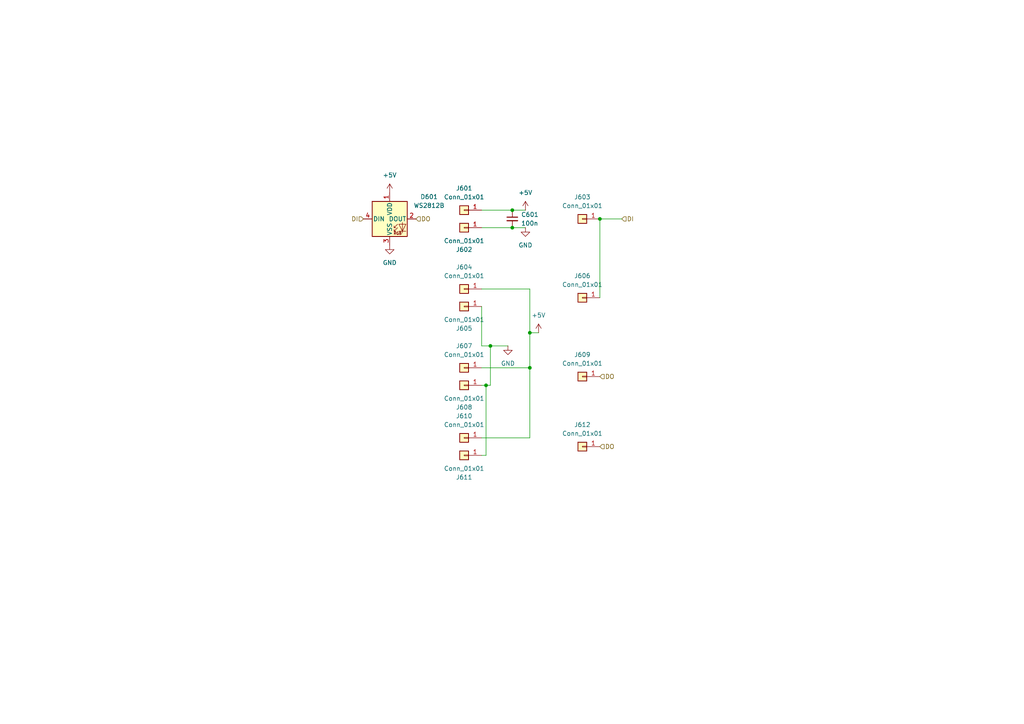
<source format=kicad_sch>
(kicad_sch (version 20250114) (generator "eeschema") (generator_version "9.0")
  (paper "A4")
  (lib_symbols
    (symbol "Connector_Generic:Conn_01x01" (pin_names (offset 1.016) (hide yes))
      (property "Reference" "J" (at 0 2.54 0))
      (property "Value" "Conn_01x01" (at 0 -2.54 0))
      (symbol "Conn_01x01_1_1"
        (rectangle (start -1.27 1.27) (end 1.27 -1.27) (stroke (width 0.254)) (fill (type background)))
        (rectangle (start -1.27 0.127) (end 0 -0.127) (stroke (width 0.1524)))
        (pin passive line (at -5.08 0 0) (length 3.81) (name "Pin_1") (number "1"))
      )
    )
    (symbol "Device:C_Small" (pin_numbers (hide yes)) (pin_names (offset 0.254) (hide yes))
      (property "Reference" "C" (at 0.254 1.778 0))
      (property "Value" "C_Small" (at 0.254 -2.032 0))
      (symbol "C_Small_0_1"
        (polyline (pts (xy -1.524 0.508) (xy 1.524 0.508)) (stroke (width 0.3048)))
        (polyline (pts (xy -1.524 -0.508) (xy 1.524 -0.508)) (stroke (width 0.3302)))
      )
      (symbol "C_Small_1_1"
        (pin passive line (at 0 2.54 270) (length 2.032) (name "~") (number "1"))
        (pin passive line (at 0 -2.54 90) (length 2.032) (name "~") (number "2"))
      )
    )
    (symbol "LED:WS2812B" (pin_names (offset 0.254))
      (property "Reference" "D" (at 5.08 5.715 0))
      (property "Value" "WS2812B" (at 1.27 -5.715 0))
      (symbol "WS2812B_0_0"
        (text "RGB" (at 2.286 -4.191 0) (effects (font (size 0.762 0.762))))
      )
      (symbol "WS2812B_0_1"
        (polyline (pts (xy 1.27 -2.54) (xy 1.778 -2.54)))
        (polyline (pts (xy 1.27 -3.556) (xy 1.778 -3.556)))
        (polyline (pts (xy 2.286 -1.524) (xy 1.27 -2.54) (xy 1.27 -2.032)))
        (polyline (pts (xy 2.286 -2.54) (xy 1.27 -3.556) (xy 1.27 -3.048)))
        (polyline (pts (xy 3.683 -1.016) (xy 3.683 -3.556) (xy 3.683 -4.064)))
        (polyline (pts (xy 4.699 -1.524) (xy 2.667 -1.524) (xy 3.683 -3.556) (xy 4.699 -1.524)))
        (polyline (pts (xy 4.699 -3.556) (xy 2.667 -3.556)))
        (rectangle (start 5.08 5.08) (end -5.08 -5.08) (stroke (width 0.254)) (fill (type background)))
      )
      (symbol "WS2812B_1_1"
        (pin input line (at -7.62 0 0) (length 2.54) (name "DIN") (number "4"))
        (pin power_in line (at 0 7.62 270) (length 2.54) (name "VDD") (number "1"))
        (pin power_in line (at 0 -7.62 90) (length 2.54) (name "VSS") (number "3"))
        (pin output line (at 7.62 0 180) (length 2.54) (name "DOUT") (number "2"))
      )
    )
    (symbol "power:+5V" (power) (pin_numbers (hide yes)) (pin_names (offset 0) (hide yes))
      (property "Value" "+5V" (at 0 3.556 0))
      (symbol "+5V_0_1"
        (polyline (pts (xy -0.762 1.27) (xy 0 2.54)))
        (polyline (pts (xy 0 2.54) (xy 0.762 1.27)))
        (polyline (pts (xy 0 0) (xy 0 2.54)))
      )
      (symbol "+5V_1_1"
        (pin power_in line (at 0 0 90) (length 0) (name "~") (number "1"))
      )
    )
    (symbol "power:GND" (power) (pin_numbers (hide yes)) (pin_names (offset 0) (hide yes))
      (property "Value" "GND" (at 0 -3.81 0))
      (symbol "GND_0_1"
        (polyline (pts (xy 0 0) (xy 0 -1.27) (xy 1.27 -1.27) (xy 0 -2.54) (xy -1.27 -1.27) (xy 0 -1.27)))
      )
      (symbol "GND_1_1"
        (pin power_in line (at 0 0 270) (length 0) (name "~") (number "1"))
      )
    )
  )
  (junction (at 148.59 60.96))
  (junction (at 140.97 111.76))
  (junction (at 153.67 106.68))
  (junction (at 142.24 100.33))
  (junction (at 153.67 96.52))
  (junction (at 148.59 66.04))
  (junction (at 173.99 63.5))
  (wire (pts (xy 153.67 106.68) (xy 153.67 127)))
  (wire (pts (xy 139.7 111.76) (xy 140.97 111.76)))
  (wire (pts (xy 139.7 106.68) (xy 153.67 106.68)))
  (wire (pts (xy 180.34 63.5) (xy 173.99 63.5)))
  (wire (pts (xy 153.67 83.82) (xy 153.67 96.52)))
  (wire (pts (xy 139.7 100.33) (xy 142.24 100.33)))
  (wire (pts (xy 153.67 96.52) (xy 156.21 96.52)))
  (wire (pts (xy 142.24 100.33) (xy 142.24 111.76)))
  (wire (pts (xy 153.67 96.52) (xy 153.67 106.68)))
  (wire (pts (xy 148.59 66.04) (xy 152.4 66.04)))
  (wire (pts (xy 142.24 111.76) (xy 140.97 111.76)))
  (wire (pts (xy 140.97 132.08) (xy 139.7 132.08)))
  (wire (pts (xy 139.7 60.96) (xy 148.59 60.96)))
  (wire (pts (xy 139.7 88.9) (xy 139.7 100.33)))
  (wire (pts (xy 173.99 63.5) (xy 173.99 86.36)))
  (wire (pts (xy 140.97 111.76) (xy 140.97 132.08)))
  (wire (pts (xy 139.7 66.04) (xy 148.59 66.04)))
  (wire (pts (xy 139.7 83.82) (xy 153.67 83.82)))
  (wire (pts (xy 148.59 60.96) (xy 152.4 60.96)))
  (wire (pts (xy 142.24 100.33) (xy 147.32 100.33)))
  (wire (pts (xy 139.7 127) (xy 153.67 127)))
  (hierarchical_label "DI" (shape input) (at 105.41 63.5 180))
  (hierarchical_label "DI" (shape input) (at 180.34 63.5 0))
  (hierarchical_label "DO" (shape input) (at 120.65 63.5 0))
  (hierarchical_label "DO" (shape input) (at 173.99 129.54 0))
  (hierarchical_label "DO" (shape input) (at 173.99 109.22 0))
  (symbol (lib_id "Connector_Generic:Conn_01x01") (at 168.91 109.22 180) (unit 1)
    (property "Reference" "J209" (at 168.91 102.87 0))
    (property "Value" "Conn_01x01" (at 168.91 105.41 0))
    (property "Footprint" "Connector_Wire:SolderWirePad_1x01_SMD_1.5x3mm" (effects (hide yes)))
    (property "Description" "Generic connector, single row, 01x01, script generated (kicad-library-utils/schlib/autogen/connector/)" (effects (hide yes)))
    (instances (project "PCB_Neopixel_rigid" (path "" (reference "J609") (unit 1)) (path "" (reference "J2209") (unit 1)) (path "" (reference "J1809") (unit 1)) (path "" (reference "J709") (unit 1)) (path "" (reference "J1609") (unit 1)) (path "" (reference "J2409") (unit 1)) (path "" (reference "J2309") (unit 1)) (path "" (reference "J2509") (unit 1)) (path "" (reference "J1909") (unit 1)) (path "" (reference "J509") (unit 1)) (path "" (reference "J1409") (unit 1)) (path "" (reference "J1509") (unit 1)) (path "" (reference "J1009") (unit 1)) (path "" (reference "J2109") (unit 1)) (path "" (reference "J409") (unit 1)) (path "" (reference "J2009") (unit 1)) (path "" (reference "J909") (unit 1)) (path "" (reference "J809") (unit 1)) (path "" (reference "J209") (unit 1)) (path "" (reference "J1709") (unit 1)) (path "" (reference "J1109") (unit 1)) (path "" (reference "J2609") (unit 1)) (path "" (reference "J1309") (unit 1)) (path "" (reference "J1209") (unit 1)) (path "" (reference "J309") (unit 1))))
  )
  (symbol (lib_id "Connector_Generic:Conn_01x01") (at 168.91 86.36 180) (unit 1)
    (property "Reference" "J206" (at 168.91 80.01 0))
    (property "Value" "Conn_01x01" (at 168.91 82.55 0))
    (property "Footprint" "Connector_Wire:SolderWirePad_1x01_SMD_1.5x3mm" (effects (hide yes)))
    (property "Description" "Generic connector, single row, 01x01, script generated (kicad-library-utils/schlib/autogen/connector/)" (effects (hide yes)))
    (instances (project "PCB_Neopixel_rigid" (path "" (reference "J606") (unit 1)) (path "" (reference "J2206") (unit 1)) (path "" (reference "J1806") (unit 1)) (path "" (reference "J706") (unit 1)) (path "" (reference "J1606") (unit 1)) (path "" (reference "J2406") (unit 1)) (path "" (reference "J2306") (unit 1)) (path "" (reference "J2506") (unit 1)) (path "" (reference "J1906") (unit 1)) (path "" (reference "J506") (unit 1)) (path "" (reference "J1406") (unit 1)) (path "" (reference "J1506") (unit 1)) (path "" (reference "J1006") (unit 1)) (path "" (reference "J2106") (unit 1)) (path "" (reference "J406") (unit 1)) (path "" (reference "J2006") (unit 1)) (path "" (reference "J906") (unit 1)) (path "" (reference "J806") (unit 1)) (path "" (reference "J206") (unit 1)) (path "" (reference "J1706") (unit 1)) (path "" (reference "J1106") (unit 1)) (path "" (reference "J2606") (unit 1)) (path "" (reference "J1306") (unit 1)) (path "" (reference "J1206") (unit 1)) (path "" (reference "J306") (unit 1))))
  )
  (symbol (lib_id "Device:C_Small") (at 148.59 63.5 0) (unit 1)
    (property "Reference" "C201" (at 151.13 62.2362 0) (effects (justify left)))
    (property "Value" "100n" (at 151.13 64.7762 0) (effects (justify left)))
    (property "Footprint" "Capacitor_SMD:C_0402_1005Metric" (effects (hide yes)))
    (property "Description" "Unpolarized capacitor, small symbol" (effects (hide yes)))
    (instances (project "PCB_Neopixel_rigid" (path "" (reference "C601") (unit 1)) (path "" (reference "C2201") (unit 1)) (path "" (reference "C1801") (unit 1)) (path "" (reference "C701") (unit 1)) (path "" (reference "C1601") (unit 1)) (path "" (reference "C2401") (unit 1)) (path "" (reference "C2301") (unit 1)) (path "" (reference "C2501") (unit 1)) (path "" (reference "C1901") (unit 1)) (path "" (reference "C501") (unit 1)) (path "" (reference "C1401") (unit 1)) (path "" (reference "C1501") (unit 1)) (path "" (reference "C1001") (unit 1)) (path "" (reference "C2101") (unit 1)) (path "" (reference "C401") (unit 1)) (path "" (reference "C2001") (unit 1)) (path "" (reference "C901") (unit 1)) (path "" (reference "C801") (unit 1)) (path "" (reference "C201") (unit 1)) (path "" (reference "C1701") (unit 1)) (path "" (reference "C1101") (unit 1)) (path "" (reference "C2601") (unit 1)) (path "" (reference "C1301") (unit 1)) (path "" (reference "C1201") (unit 1)) (path "" (reference "C301") (unit 1))))
  )
  (symbol (lib_id "power:GND") (at 147.32 100.33 0) (unit 1)
    (property "Reference" "#PWR0206" (effects (hide yes)))
    (property "Value" "GND" (at 147.32 105.41 0))
    (property "Description" "Power symbol creates a global label with name \"GND\" , ground" (effects (hide yes)))
    (instances (project "PCB_Neopixel_rigid" (path "" (reference "#PWR0606") (unit 1)) (path "" (reference "#PWR02206") (unit 1)) (path "" (reference "#PWR01806") (unit 1)) (path "" (reference "#PWR0706") (unit 1)) (path "" (reference "#PWR01606") (unit 1)) (path "" (reference "#PWR02406") (unit 1)) (path "" (reference "#PWR02306") (unit 1)) (path "" (reference "#PWR02506") (unit 1)) (path "" (reference "#PWR01906") (unit 1)) (path "" (reference "#PWR0506") (unit 1)) (path "" (reference "#PWR01406") (unit 1)) (path "" (reference "#PWR01506") (unit 1)) (path "" (reference "#PWR01006") (unit 1)) (path "" (reference "#PWR02106") (unit 1)) (path "" (reference "#PWR0406") (unit 1)) (path "" (reference "#PWR02006") (unit 1)) (path "" (reference "#PWR0906") (unit 1)) (path "" (reference "#PWR0806") (unit 1)) (path "" (reference "#PWR0206") (unit 1)) (path "" (reference "#PWR01706") (unit 1)) (path "" (reference "#PWR01106") (unit 1)) (path "" (reference "#PWR02606") (unit 1)) (path "" (reference "#PWR01306") (unit 1)) (path "" (reference "#PWR01206") (unit 1)) (path "" (reference "#PWR0306") (unit 1))))
  )
  (symbol (lib_id "LED:WS2812B") (at 113.03 63.5 0) (unit 1)
    (property "Reference" "D201" (at 124.46 57.0798 0))
    (property "Value" "WS2812B" (at 124.46 59.6198 0))
    (property "Footprint" "LED_SMD:LED_WS2812B_PLCC4_5.0x5.0mm_P3.2mm" (effects (hide yes)))
    (property "Datasheet" "https://cdn-shop.adafruit.com/datasheets/WS2812B.pdf" (effects (hide yes)))
    (property "Description" "RGB LED with integrated controller" (effects (hide yes)))
    (instances (project "PCB_Neopixel_rigid" (path "" (reference "D601") (unit 1)) (path "" (reference "D2201") (unit 1)) (path "" (reference "D1801") (unit 1)) (path "" (reference "D701") (unit 1)) (path "" (reference "D1601") (unit 1)) (path "" (reference "D2401") (unit 1)) (path "" (reference "D2301") (unit 1)) (path "" (reference "D2501") (unit 1)) (path "" (reference "D1901") (unit 1)) (path "" (reference "D501") (unit 1)) (path "" (reference "D1401") (unit 1)) (path "" (reference "D1501") (unit 1)) (path "" (reference "D1001") (unit 1)) (path "" (reference "D2101") (unit 1)) (path "" (reference "D401") (unit 1)) (path "" (reference "D2001") (unit 1)) (path "" (reference "D901") (unit 1)) (path "" (reference "D801") (unit 1)) (path "" (reference "D201") (unit 1)) (path "" (reference "D1701") (unit 1)) (path "" (reference "D1101") (unit 1)) (path "" (reference "D2601") (unit 1)) (path "" (reference "D1301") (unit 1)) (path "" (reference "D1201") (unit 1)) (path "" (reference "D301") (unit 1))))
  )
  (symbol (lib_id "power:GND") (at 152.4 66.04 0) (unit 1)
    (property "Reference" "#PWR0204" (effects (hide yes)))
    (property "Value" "GND" (at 152.4 71.12 0))
    (property "Description" "Power symbol creates a global label with name \"GND\" , ground" (effects (hide yes)))
    (instances (project "PCB_Neopixel_rigid" (path "" (reference "#PWR0604") (unit 1)) (path "" (reference "#PWR02204") (unit 1)) (path "" (reference "#PWR01804") (unit 1)) (path "" (reference "#PWR0704") (unit 1)) (path "" (reference "#PWR01604") (unit 1)) (path "" (reference "#PWR02404") (unit 1)) (path "" (reference "#PWR02304") (unit 1)) (path "" (reference "#PWR02504") (unit 1)) (path "" (reference "#PWR01904") (unit 1)) (path "" (reference "#PWR0504") (unit 1)) (path "" (reference "#PWR01404") (unit 1)) (path "" (reference "#PWR01504") (unit 1)) (path "" (reference "#PWR01004") (unit 1)) (path "" (reference "#PWR02104") (unit 1)) (path "" (reference "#PWR0404") (unit 1)) (path "" (reference "#PWR02004") (unit 1)) (path "" (reference "#PWR0904") (unit 1)) (path "" (reference "#PWR0804") (unit 1)) (path "" (reference "#PWR0204") (unit 1)) (path "" (reference "#PWR01704") (unit 1)) (path "" (reference "#PWR01104") (unit 1)) (path "" (reference "#PWR02604") (unit 1)) (path "" (reference "#PWR01304") (unit 1)) (path "" (reference "#PWR01204") (unit 1)) (path "" (reference "#PWR0304") (unit 1))))
  )
  (symbol (lib_id "Connector_Generic:Conn_01x01") (at 134.62 88.9 0) (mirror y) (unit 1)
    (property "Reference" "J205" (at 134.62 95.25 0))
    (property "Value" "Conn_01x01" (at 134.62 92.71 0))
    (property "Footprint" "Connector_Wire:SolderWirePad_1x01_SMD_1.5x3mm" (effects (hide yes)))
    (property "Description" "Generic connector, single row, 01x01, script generated (kicad-library-utils/schlib/autogen/connector/)" (effects (hide yes)))
    (instances (project "PCB_Neopixel_rigid" (path "" (reference "J605") (unit 1)) (path "" (reference "J2205") (unit 1)) (path "" (reference "J1805") (unit 1)) (path "" (reference "J705") (unit 1)) (path "" (reference "J1605") (unit 1)) (path "" (reference "J2405") (unit 1)) (path "" (reference "J2305") (unit 1)) (path "" (reference "J2505") (unit 1)) (path "" (reference "J1905") (unit 1)) (path "" (reference "J505") (unit 1)) (path "" (reference "J1405") (unit 1)) (path "" (reference "J1505") (unit 1)) (path "" (reference "J1005") (unit 1)) (path "" (reference "J2105") (unit 1)) (path "" (reference "J405") (unit 1)) (path "" (reference "J2005") (unit 1)) (path "" (reference "J905") (unit 1)) (path "" (reference "J805") (unit 1)) (path "" (reference "J205") (unit 1)) (path "" (reference "J1705") (unit 1)) (path "" (reference "J1105") (unit 1)) (path "" (reference "J2605") (unit 1)) (path "" (reference "J1305") (unit 1)) (path "" (reference "J1205") (unit 1)) (path "" (reference "J305") (unit 1))))
  )
  (symbol (lib_id "Connector_Generic:Conn_01x01") (at 134.62 66.04 0) (mirror y) (unit 1)
    (property "Reference" "J202" (at 134.62 72.39 0))
    (property "Value" "Conn_01x01" (at 134.62 69.85 0))
    (property "Footprint" "Connector_Wire:SolderWirePad_1x01_SMD_1.5x3mm" (effects (hide yes)))
    (property "Description" "Generic connector, single row, 01x01, script generated (kicad-library-utils/schlib/autogen/connector/)" (effects (hide yes)))
    (instances (project "PCB_Neopixel_rigid" (path "" (reference "J602") (unit 1)) (path "" (reference "J2202") (unit 1)) (path "" (reference "J1802") (unit 1)) (path "" (reference "J702") (unit 1)) (path "" (reference "J1602") (unit 1)) (path "" (reference "J2402") (unit 1)) (path "" (reference "J2302") (unit 1)) (path "" (reference "J2502") (unit 1)) (path "" (reference "J1902") (unit 1)) (path "" (reference "J502") (unit 1)) (path "" (reference "J1402") (unit 1)) (path "" (reference "J1502") (unit 1)) (path "" (reference "J1002") (unit 1)) (path "" (reference "J2102") (unit 1)) (path "" (reference "J402") (unit 1)) (path "" (reference "J2002") (unit 1)) (path "" (reference "J902") (unit 1)) (path "" (reference "J802") (unit 1)) (path "" (reference "J202") (unit 1)) (path "" (reference "J1702") (unit 1)) (path "" (reference "J1102") (unit 1)) (path "" (reference "J2602") (unit 1)) (path "" (reference "J1302") (unit 1)) (path "" (reference "J1202") (unit 1)) (path "" (reference "J302") (unit 1))))
  )
  (symbol (lib_id "Connector_Generic:Conn_01x01") (at 134.62 111.76 0) (mirror y) (unit 1)
    (property "Reference" "J208" (at 134.62 118.11 0))
    (property "Value" "Conn_01x01" (at 134.62 115.57 0))
    (property "Footprint" "Connector_Wire:SolderWirePad_1x01_SMD_1.5x3mm" (effects (hide yes)))
    (property "Description" "Generic connector, single row, 01x01, script generated (kicad-library-utils/schlib/autogen/connector/)" (effects (hide yes)))
    (instances (project "PCB_Neopixel_rigid" (path "" (reference "J608") (unit 1)) (path "" (reference "J2208") (unit 1)) (path "" (reference "J1808") (unit 1)) (path "" (reference "J708") (unit 1)) (path "" (reference "J1608") (unit 1)) (path "" (reference "J2408") (unit 1)) (path "" (reference "J2308") (unit 1)) (path "" (reference "J2508") (unit 1)) (path "" (reference "J1908") (unit 1)) (path "" (reference "J508") (unit 1)) (path "" (reference "J1408") (unit 1)) (path "" (reference "J1508") (unit 1)) (path "" (reference "J1008") (unit 1)) (path "" (reference "J2108") (unit 1)) (path "" (reference "J408") (unit 1)) (path "" (reference "J2008") (unit 1)) (path "" (reference "J908") (unit 1)) (path "" (reference "J808") (unit 1)) (path "" (reference "J208") (unit 1)) (path "" (reference "J1708") (unit 1)) (path "" (reference "J1108") (unit 1)) (path "" (reference "J2608") (unit 1)) (path "" (reference "J1308") (unit 1)) (path "" (reference "J1208") (unit 1)) (path "" (reference "J308") (unit 1))))
  )
  (symbol (lib_id "Connector_Generic:Conn_01x01") (at 134.62 60.96 180) (unit 1)
    (property "Reference" "J201" (at 134.62 54.61 0))
    (property "Value" "Conn_01x01" (at 134.62 57.15 0))
    (property "Footprint" "Connector_Wire:SolderWirePad_1x01_SMD_1.5x3mm" (effects (hide yes)))
    (property "Description" "Generic connector, single row, 01x01, script generated (kicad-library-utils/schlib/autogen/connector/)" (effects (hide yes)))
    (instances (project "PCB_Neopixel_rigid" (path "" (reference "J601") (unit 1)) (path "" (reference "J2201") (unit 1)) (path "" (reference "J1801") (unit 1)) (path "" (reference "J701") (unit 1)) (path "" (reference "J1601") (unit 1)) (path "" (reference "J2401") (unit 1)) (path "" (reference "J2301") (unit 1)) (path "" (reference "J2501") (unit 1)) (path "" (reference "J1901") (unit 1)) (path "" (reference "J501") (unit 1)) (path "" (reference "J1401") (unit 1)) (path "" (reference "J1501") (unit 1)) (path "" (reference "J1001") (unit 1)) (path "" (reference "J2101") (unit 1)) (path "" (reference "J401") (unit 1)) (path "" (reference "J2001") (unit 1)) (path "" (reference "J901") (unit 1)) (path "" (reference "J801") (unit 1)) (path "" (reference "J201") (unit 1)) (path "" (reference "J1701") (unit 1)) (path "" (reference "J1101") (unit 1)) (path "" (reference "J2601") (unit 1)) (path "" (reference "J1301") (unit 1)) (path "" (reference "J1201") (unit 1)) (path "" (reference "J301") (unit 1))))
  )
  (symbol (lib_id "Connector_Generic:Conn_01x01") (at 168.91 129.54 180) (unit 1)
    (property "Reference" "J212" (at 168.91 123.19 0))
    (property "Value" "Conn_01x01" (at 168.91 125.73 0))
    (property "Footprint" "Connector_Wire:SolderWirePad_1x01_SMD_1.5x3mm" (effects (hide yes)))
    (property "Description" "Generic connector, single row, 01x01, script generated (kicad-library-utils/schlib/autogen/connector/)" (effects (hide yes)))
    (instances (project "PCB_Neopixel_rigid" (path "" (reference "J612") (unit 1)) (path "" (reference "J2212") (unit 1)) (path "" (reference "J1812") (unit 1)) (path "" (reference "J712") (unit 1)) (path "" (reference "J1612") (unit 1)) (path "" (reference "J2412") (unit 1)) (path "" (reference "J2312") (unit 1)) (path "" (reference "J2512") (unit 1)) (path "" (reference "J1912") (unit 1)) (path "" (reference "J512") (unit 1)) (path "" (reference "J1412") (unit 1)) (path "" (reference "J1512") (unit 1)) (path "" (reference "J1012") (unit 1)) (path "" (reference "J2112") (unit 1)) (path "" (reference "J412") (unit 1)) (path "" (reference "J2012") (unit 1)) (path "" (reference "J912") (unit 1)) (path "" (reference "J812") (unit 1)) (path "" (reference "J212") (unit 1)) (path "" (reference "J1712") (unit 1)) (path "" (reference "J1112") (unit 1)) (path "" (reference "J2612") (unit 1)) (path "" (reference "J1312") (unit 1)) (path "" (reference "J1212") (unit 1)) (path "" (reference "J312") (unit 1))))
  )
  (symbol (lib_id "Connector_Generic:Conn_01x01") (at 134.62 132.08 0) (mirror y) (unit 1)
    (property "Reference" "J211" (at 134.62 138.43 0))
    (property "Value" "Conn_01x01" (at 134.62 135.89 0))
    (property "Footprint" "Connector_Wire:SolderWirePad_1x01_SMD_1.5x3mm" (effects (hide yes)))
    (property "Description" "Generic connector, single row, 01x01, script generated (kicad-library-utils/schlib/autogen/connector/)" (effects (hide yes)))
    (instances (project "PCB_Neopixel_rigid" (path "" (reference "J611") (unit 1)) (path "" (reference "J2211") (unit 1)) (path "" (reference "J1811") (unit 1)) (path "" (reference "J711") (unit 1)) (path "" (reference "J1611") (unit 1)) (path "" (reference "J2411") (unit 1)) (path "" (reference "J2311") (unit 1)) (path "" (reference "J2511") (unit 1)) (path "" (reference "J1911") (unit 1)) (path "" (reference "J511") (unit 1)) (path "" (reference "J1411") (unit 1)) (path "" (reference "J1511") (unit 1)) (path "" (reference "J1011") (unit 1)) (path "" (reference "J2111") (unit 1)) (path "" (reference "J411") (unit 1)) (path "" (reference "J2011") (unit 1)) (path "" (reference "J911") (unit 1)) (path "" (reference "J811") (unit 1)) (path "" (reference "J211") (unit 1)) (path "" (reference "J1711") (unit 1)) (path "" (reference "J1111") (unit 1)) (path "" (reference "J2611") (unit 1)) (path "" (reference "J1311") (unit 1)) (path "" (reference "J1211") (unit 1)) (path "" (reference "J311") (unit 1))))
  )
  (symbol (lib_id "Connector_Generic:Conn_01x01") (at 134.62 106.68 180) (unit 1)
    (property "Reference" "J207" (at 134.62 100.33 0))
    (property "Value" "Conn_01x01" (at 134.62 102.87 0))
    (property "Footprint" "Connector_Wire:SolderWirePad_1x01_SMD_1.5x3mm" (effects (hide yes)))
    (property "Description" "Generic connector, single row, 01x01, script generated (kicad-library-utils/schlib/autogen/connector/)" (effects (hide yes)))
    (instances (project "PCB_Neopixel_rigid" (path "" (reference "J607") (unit 1)) (path "" (reference "J2207") (unit 1)) (path "" (reference "J1807") (unit 1)) (path "" (reference "J707") (unit 1)) (path "" (reference "J1607") (unit 1)) (path "" (reference "J2407") (unit 1)) (path "" (reference "J2307") (unit 1)) (path "" (reference "J2507") (unit 1)) (path "" (reference "J1907") (unit 1)) (path "" (reference "J507") (unit 1)) (path "" (reference "J1407") (unit 1)) (path "" (reference "J1507") (unit 1)) (path "" (reference "J1007") (unit 1)) (path "" (reference "J2107") (unit 1)) (path "" (reference "J407") (unit 1)) (path "" (reference "J2007") (unit 1)) (path "" (reference "J907") (unit 1)) (path "" (reference "J807") (unit 1)) (path "" (reference "J207") (unit 1)) (path "" (reference "J1707") (unit 1)) (path "" (reference "J1107") (unit 1)) (path "" (reference "J2607") (unit 1)) (path "" (reference "J1307") (unit 1)) (path "" (reference "J1207") (unit 1)) (path "" (reference "J307") (unit 1))))
  )
  (symbol (lib_id "power:+5V") (at 156.21 96.52 0) (unit 1)
    (property "Reference" "#PWR0205" (effects (hide yes)))
    (property "Value" "+5V" (at 156.21 91.44 0))
    (property "Description" "Power symbol creates a global label with name \"+5V\"" (effects (hide yes)))
    (instances (project "PCB_Neopixel_rigid" (path "" (reference "#PWR0605") (unit 1)) (path "" (reference "#PWR02205") (unit 1)) (path "" (reference "#PWR01805") (unit 1)) (path "" (reference "#PWR0705") (unit 1)) (path "" (reference "#PWR01605") (unit 1)) (path "" (reference "#PWR02405") (unit 1)) (path "" (reference "#PWR02305") (unit 1)) (path "" (reference "#PWR02505") (unit 1)) (path "" (reference "#PWR01905") (unit 1)) (path "" (reference "#PWR0505") (unit 1)) (path "" (reference "#PWR01405") (unit 1)) (path "" (reference "#PWR01505") (unit 1)) (path "" (reference "#PWR01005") (unit 1)) (path "" (reference "#PWR02105") (unit 1)) (path "" (reference "#PWR0405") (unit 1)) (path "" (reference "#PWR02005") (unit 1)) (path "" (reference "#PWR0905") (unit 1)) (path "" (reference "#PWR0805") (unit 1)) (path "" (reference "#PWR0205") (unit 1)) (path "" (reference "#PWR01705") (unit 1)) (path "" (reference "#PWR01105") (unit 1)) (path "" (reference "#PWR02605") (unit 1)) (path "" (reference "#PWR01305") (unit 1)) (path "" (reference "#PWR01205") (unit 1)) (path "" (reference "#PWR0305") (unit 1))))
  )
  (symbol (lib_id "power:GND") (at 113.03 71.12 0) (unit 1)
    (property "Reference" "#PWR0202" (effects (hide yes)))
    (property "Value" "GND" (at 113.03 76.2 0))
    (property "Description" "Power symbol creates a global label with name \"GND\" , ground" (effects (hide yes)))
    (instances (project "PCB_Neopixel_rigid" (path "" (reference "#PWR0602") (unit 1)) (path "" (reference "#PWR02202") (unit 1)) (path "" (reference "#PWR01802") (unit 1)) (path "" (reference "#PWR0702") (unit 1)) (path "" (reference "#PWR01602") (unit 1)) (path "" (reference "#PWR02402") (unit 1)) (path "" (reference "#PWR02302") (unit 1)) (path "" (reference "#PWR02502") (unit 1)) (path "" (reference "#PWR01902") (unit 1)) (path "" (reference "#PWR0502") (unit 1)) (path "" (reference "#PWR01402") (unit 1)) (path "" (reference "#PWR01502") (unit 1)) (path "" (reference "#PWR01002") (unit 1)) (path "" (reference "#PWR02102") (unit 1)) (path "" (reference "#PWR0402") (unit 1)) (path "" (reference "#PWR02002") (unit 1)) (path "" (reference "#PWR0902") (unit 1)) (path "" (reference "#PWR0802") (unit 1)) (path "" (reference "#PWR0202") (unit 1)) (path "" (reference "#PWR01702") (unit 1)) (path "" (reference "#PWR01102") (unit 1)) (path "" (reference "#PWR02602") (unit 1)) (path "" (reference "#PWR01302") (unit 1)) (path "" (reference "#PWR01202") (unit 1)) (path "" (reference "#PWR0302") (unit 1))))
  )
  (symbol (lib_id "Connector_Generic:Conn_01x01") (at 134.62 83.82 180) (unit 1)
    (property "Reference" "J204" (at 134.62 77.47 0))
    (property "Value" "Conn_01x01" (at 134.62 80.01 0))
    (property "Footprint" "Connector_Wire:SolderWirePad_1x01_SMD_1.5x3mm" (effects (hide yes)))
    (property "Description" "Generic connector, single row, 01x01, script generated (kicad-library-utils/schlib/autogen/connector/)" (effects (hide yes)))
    (instances (project "PCB_Neopixel_rigid" (path "" (reference "J604") (unit 1)) (path "" (reference "J2204") (unit 1)) (path "" (reference "J1804") (unit 1)) (path "" (reference "J704") (unit 1)) (path "" (reference "J1604") (unit 1)) (path "" (reference "J2404") (unit 1)) (path "" (reference "J2304") (unit 1)) (path "" (reference "J2504") (unit 1)) (path "" (reference "J1904") (unit 1)) (path "" (reference "J504") (unit 1)) (path "" (reference "J1404") (unit 1)) (path "" (reference "J1504") (unit 1)) (path "" (reference "J1004") (unit 1)) (path "" (reference "J2104") (unit 1)) (path "" (reference "J404") (unit 1)) (path "" (reference "J2004") (unit 1)) (path "" (reference "J904") (unit 1)) (path "" (reference "J804") (unit 1)) (path "" (reference "J204") (unit 1)) (path "" (reference "J1704") (unit 1)) (path "" (reference "J1104") (unit 1)) (path "" (reference "J2604") (unit 1)) (path "" (reference "J1304") (unit 1)) (path "" (reference "J1204") (unit 1)) (path "" (reference "J304") (unit 1))))
  )
  (symbol (lib_id "power:+5V") (at 113.03 55.88 0) (unit 1)
    (property "Reference" "#PWR0201" (effects (hide yes)))
    (property "Value" "+5V" (at 113.03 50.8 0))
    (property "Description" "Power symbol creates a global label with name \"+5V\"" (effects (hide yes)))
    (instances (project "PCB_Neopixel_rigid" (path "" (reference "#PWR0601") (unit 1)) (path "" (reference "#PWR02201") (unit 1)) (path "" (reference "#PWR01801") (unit 1)) (path "" (reference "#PWR0701") (unit 1)) (path "" (reference "#PWR01601") (unit 1)) (path "" (reference "#PWR02401") (unit 1)) (path "" (reference "#PWR02301") (unit 1)) (path "" (reference "#PWR02501") (unit 1)) (path "" (reference "#PWR01901") (unit 1)) (path "" (reference "#PWR0501") (unit 1)) (path "" (reference "#PWR01401") (unit 1)) (path "" (reference "#PWR01501") (unit 1)) (path "" (reference "#PWR01001") (unit 1)) (path "" (reference "#PWR02101") (unit 1)) (path "" (reference "#PWR0401") (unit 1)) (path "" (reference "#PWR02001") (unit 1)) (path "" (reference "#PWR0901") (unit 1)) (path "" (reference "#PWR0801") (unit 1)) (path "" (reference "#PWR0201") (unit 1)) (path "" (reference "#PWR01701") (unit 1)) (path "" (reference "#PWR01101") (unit 1)) (path "" (reference "#PWR02601") (unit 1)) (path "" (reference "#PWR01301") (unit 1)) (path "" (reference "#PWR01201") (unit 1)) (path "" (reference "#PWR0301") (unit 1))))
  )
  (symbol (lib_id "Connector_Generic:Conn_01x01") (at 134.62 127 180) (unit 1)
    (property "Reference" "J210" (at 134.62 120.65 0))
    (property "Value" "Conn_01x01" (at 134.62 123.19 0))
    (property "Footprint" "Connector_Wire:SolderWirePad_1x01_SMD_1.5x3mm" (effects (hide yes)))
    (property "Description" "Generic connector, single row, 01x01, script generated (kicad-library-utils/schlib/autogen/connector/)" (effects (hide yes)))
    (instances (project "PCB_Neopixel_rigid" (path "" (reference "J610") (unit 1)) (path "" (reference "J2210") (unit 1)) (path "" (reference "J1810") (unit 1)) (path "" (reference "J710") (unit 1)) (path "" (reference "J1610") (unit 1)) (path "" (reference "J2410") (unit 1)) (path "" (reference "J2310") (unit 1)) (path "" (reference "J2510") (unit 1)) (path "" (reference "J1910") (unit 1)) (path "" (reference "J510") (unit 1)) (path "" (reference "J1410") (unit 1)) (path "" (reference "J1510") (unit 1)) (path "" (reference "J1010") (unit 1)) (path "" (reference "J2110") (unit 1)) (path "" (reference "J410") (unit 1)) (path "" (reference "J2010") (unit 1)) (path "" (reference "J910") (unit 1)) (path "" (reference "J810") (unit 1)) (path "" (reference "J210") (unit 1)) (path "" (reference "J1710") (unit 1)) (path "" (reference "J1110") (unit 1)) (path "" (reference "J2610") (unit 1)) (path "" (reference "J1310") (unit 1)) (path "" (reference "J1210") (unit 1)) (path "" (reference "J310") (unit 1))))
  )
  (symbol (lib_id "Connector_Generic:Conn_01x01") (at 168.91 63.5 180) (unit 1)
    (property "Reference" "J203" (at 168.91 57.15 0))
    (property "Value" "Conn_01x01" (at 168.91 59.69 0))
    (property "Footprint" "Connector_Wire:SolderWirePad_1x01_SMD_1.5x3mm" (effects (hide yes)))
    (property "Description" "Generic connector, single row, 01x01, script generated (kicad-library-utils/schlib/autogen/connector/)" (effects (hide yes)))
    (instances (project "PCB_Neopixel_rigid" (path "" (reference "J603") (unit 1)) (path "" (reference "J2203") (unit 1)) (path "" (reference "J1803") (unit 1)) (path "" (reference "J703") (unit 1)) (path "" (reference "J1603") (unit 1)) (path "" (reference "J2403") (unit 1)) (path "" (reference "J2303") (unit 1)) (path "" (reference "J2503") (unit 1)) (path "" (reference "J1903") (unit 1)) (path "" (reference "J503") (unit 1)) (path "" (reference "J1403") (unit 1)) (path "" (reference "J1503") (unit 1)) (path "" (reference "J1003") (unit 1)) (path "" (reference "J2103") (unit 1)) (path "" (reference "J403") (unit 1)) (path "" (reference "J2003") (unit 1)) (path "" (reference "J903") (unit 1)) (path "" (reference "J803") (unit 1)) (path "" (reference "J203") (unit 1)) (path "" (reference "J1703") (unit 1)) (path "" (reference "J1103") (unit 1)) (path "" (reference "J2603") (unit 1)) (path "" (reference "J1303") (unit 1)) (path "" (reference "J1203") (unit 1)) (path "" (reference "J303") (unit 1))))
  )
  (symbol (lib_id "power:+5V") (at 152.4 60.96 0) (unit 1)
    (property "Reference" "#PWR0203" (effects (hide yes)))
    (property "Value" "+5V" (at 152.4 55.88 0))
    (property "Description" "Power symbol creates a global label with name \"+5V\"" (effects (hide yes)))
    (instances (project "PCB_Neopixel_rigid" (path "" (reference "#PWR0603") (unit 1)) (path "" (reference "#PWR02203") (unit 1)) (path "" (reference "#PWR01803") (unit 1)) (path "" (reference "#PWR0703") (unit 1)) (path "" (reference "#PWR01603") (unit 1)) (path "" (reference "#PWR02403") (unit 1)) (path "" (reference "#PWR02303") (unit 1)) (path "" (reference "#PWR02503") (unit 1)) (path "" (reference "#PWR01903") (unit 1)) (path "" (reference "#PWR0503") (unit 1)) (path "" (reference "#PWR01403") (unit 1)) (path "" (reference "#PWR01503") (unit 1)) (path "" (reference "#PWR01003") (unit 1)) (path "" (reference "#PWR02103") (unit 1)) (path "" (reference "#PWR0403") (unit 1)) (path "" (reference "#PWR02003") (unit 1)) (path "" (reference "#PWR0903") (unit 1)) (path "" (reference "#PWR0803") (unit 1)) (path "" (reference "#PWR0203") (unit 1)) (path "" (reference "#PWR01703") (unit 1)) (path "" (reference "#PWR01103") (unit 1)) (path "" (reference "#PWR02603") (unit 1)) (path "" (reference "#PWR01303") (unit 1)) (path "" (reference "#PWR01203") (unit 1)) (path "" (reference "#PWR0303") (unit 1))))
  )
)
</source>
